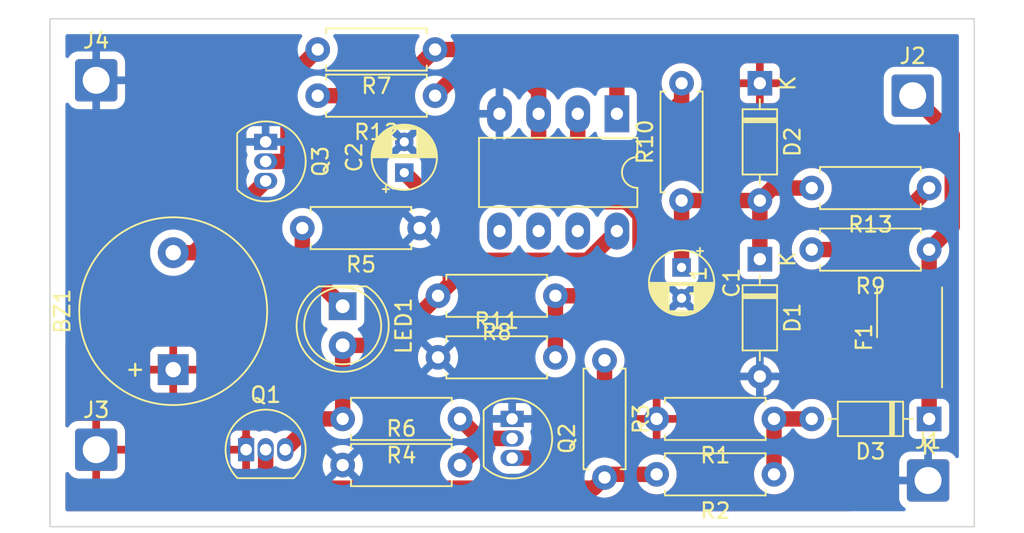
<source format=kicad_pcb>
(kicad_pcb (version 20221018) (generator pcbnew)
  (layers (0 "F.Cu" signal) (31 "B.Cu" signal) (34 "B.Paste" user) (35 "F.Paste" user) (36 "B.SilkS" user "B.Silkscreen") (37 "F.SilkS" user "F.Silkscreen") (38 "B.Mask" user) (39 "F.Mask" user) (44 "Edge.Cuts" user))
  (net 0 "")
  (net 1 "VCC")
  (net 2 "Net-(BZ1-+)")
  (net 3 "Net-(D3-K)")
  (net 4 "GND")
  (net 5 "POWER_SWITCHED")
  (net 6 "Net-(D1-K)")
  (net 7 "Net-(D3-A)")
  (net 8 "Net-(LED1-K)")
  (net 9 "Net-(J2-Pin_1)")
  (net 10 "Net-(Q1-B)")
  (net 11 "Net-(Q2-C)")
  (net 12 "Net-(Q2-B)")
  (net 13 "Net-(Q3-B)")
  (net 14 "Net-(R12-Pad2)")
  (net 15 "Net-(U1A--)")
  (net 16 "Net-(U1A-+)")
  (net 20 "Net-(R13-Pad1)")
  (footprint "Resistor_THT:R_Axial_DIN0207_L6.3mm_D2.5mm_P7.62mm_Horizontal" (layer "F.Cu") (at 158 110.19 -90)
    (fp_text reference "R3" (at 3.81 -2.37 90) (layer "F.SilkS"))
    (fp_text value "5K")
    (fp_line (start 0.54 -1.37) (end 7.08 -1.37) (stroke (width 0.12)) (layer "F.SilkS"))
    (fp_line (start 0.54 -1.04) (end 0.54 -1.37) (stroke (width 0.12)) (layer "F.SilkS"))
    (fp_line (start 0.54 1.04) (end 0.54 1.37) (stroke (width 0.12)) (layer "F.SilkS"))
    (fp_line (start 0.54 1.37) (end 7.08 1.37) (stroke (width 0.12)) (layer "F.SilkS"))
    (fp_line (start 7.08 -1.37) (end 7.08 -1.04) (stroke (width 0.12)) (layer "F.SilkS"))
    (fp_line (start 7.08 1.37) (end 7.08 1.04) (stroke (width 0.12)) (layer "F.SilkS"))
    (pad "1" thru_hole circle (at 0 0 270) (size 1.6 1.6) (drill 0.8) (layers "*.Cu" "*.Mask") (net 11 "Net-(Q2-C)"))
    (pad "2" thru_hole oval (at 7.62 0 270) (size 1.6 1.6) (drill 0.8) (layers "*.Cu" "*.Mask") (net 10 "Net-(Q1-B)"))
  )
  (footprint "Resistor_THT:R_Axial_DIN0207_L6.3mm_D2.5mm_P7.62mm_Horizontal" (layer "F.Cu") (at 147.19 110)
    (fp_text reference "R11" (at 3.81 -2.37) (layer "F.SilkS"))
    (fp_text value "10K")
    (fp_line (start 0.54 -1.37) (end 7.08 -1.37) (stroke (width 0.12)) (layer "F.SilkS"))
    (fp_line (start 0.54 -1.04) (end 0.54 -1.37) (stroke (width 0.12)) (layer "F.SilkS"))
    (fp_line (start 0.54 1.04) (end 0.54 1.37) (stroke (width 0.12)) (layer "F.SilkS"))
    (fp_line (start 0.54 1.37) (end 7.08 1.37) (stroke (width 0.12)) (layer "F.SilkS"))
    (fp_line (start 7.08 -1.37) (end 7.08 -1.04) (stroke (width 0.12)) (layer "F.SilkS"))
    (fp_line (start 7.08 1.37) (end 7.08 1.04) (stroke (width 0.12)) (layer "F.SilkS"))
    (pad "1" thru_hole circle (at 0 0) (size 1.6 1.6) (drill 0.8) (layers "*.Cu" "*.Mask") (net 4 "GND"))
    (pad "2" thru_hole oval (at 7.62 0) (size 1.6 1.6) (drill 0.8) (layers "*.Cu" "*.Mask") (net 16 "Net-(U1A-+)"))
  )
  (footprint "Package_TO_SOT_THT:TO-92_Inline" (layer "F.Cu") (at 134.73 116)
    (fp_text reference "Q1" (at 1.27 -3.56) (layer "F.SilkS"))
    (fp_text value "2N3906")
    (fp_line (start -0.53 1.85) (end 3.07 1.85) (stroke (width 0.12)) (layer "F.SilkS"))
    (fp_arc (start -0.568478 1.838478) (mid -1.132087 -0.994977) (end 1.27 -2.6) (stroke (width 0.12)) (layer "F.SilkS"))
    (fp_arc (start 1.27 -2.6) (mid 3.672087 -0.994977) (end 3.108478 1.838478) (stroke (width 0.12)) (layer "F.SilkS"))
    (pad "1" thru_hole rect (at 0 0) (size 1.05 1.5) (drill 0.75) (layers "*.Cu" "*.Mask") (net 1 "VCC"))
    (pad "2" thru_hole oval (at 1.27 0) (size 1.05 1.5) (drill 0.75) (layers "*.Cu" "*.Mask") (net 10 "Net-(Q1-B)"))
    (pad "3" thru_hole oval (at 2.54 0) (size 1.05 1.5) (drill 0.75) (layers "*.Cu" "*.Mask") (net 5 "POWER_SWITCHED"))
  )
  (footprint "Resistor_THT:R_Axial_DIN0207_L6.3mm_D2.5mm_P7.62mm_Horizontal" (layer "F.Cu") (at 169 117.602 180)
    (fp_text reference "R2" (at 3.81 -2.37) (layer "F.SilkS"))
    (fp_text value "510R")
    (fp_line (start 0.54 -1.37) (end 7.08 -1.37) (stroke (width 0.12)) (layer "F.SilkS"))
    (fp_line (start 0.54 -1.04) (end 0.54 -1.37) (stroke (width 0.12)) (layer "F.SilkS"))
    (fp_line (start 0.54 1.04) (end 0.54 1.37) (stroke (width 0.12)) (layer "F.SilkS"))
    (fp_line (start 0.54 1.37) (end 7.08 1.37) (stroke (width 0.12)) (layer "F.SilkS"))
    (fp_line (start 7.08 -1.37) (end 7.08 -1.04) (stroke (width 0.12)) (layer "F.SilkS"))
    (fp_line (start 7.08 1.37) (end 7.08 1.04) (stroke (width 0.12)) (layer "F.SilkS"))
    (pad "1" thru_hole circle (at 0 0 180) (size 1.6 1.6) (drill 0.8) (layers "*.Cu" "*.Mask") (net 7 "Net-(D3-A)"))
    (pad "2" thru_hole oval (at 7.62 0 180) (size 1.6 1.6) (drill 0.8) (layers "*.Cu" "*.Mask") (net 10 "Net-(Q1-B)"))
  )
  (footprint "Fuse:Fuse_Bourns_TBU-CA" (layer "F.Cu") (at 177.8 108.705 90)
    (fp_text reference "F1" (at 0 -2.95 90) (layer "F.SilkS"))
    (fp_text value "Polyfuse")
    (fp_line (start -3.25 2.11) (end 3.25 2.11) (stroke (width 0.12)) (layer "F.SilkS"))
    (fp_line (start 0 -2.11) (end 3.25 -2.11) (stroke (width 0.12)) (layer "F.SilkS"))
    (pad "1" smd roundrect (at -2.025 0 90) (size 2 3.5) (layers "F.Cu" "F.Paste" "F.Mask") (roundrect_rratio 0.125) (net 3 "Net-(D3-K)"))
    (pad "2" smd roundrect (at 2.025 0 90) (size 2 3.5) (layers "F.Cu" "F.Paste" "F.Mask") (roundrect_rratio 0.125) (net 9 "Net-(J2-Pin_1)"))
    (pad "3" smd rect (at 0 0 90) (size 0.8 3.4) (layers "F.Cu" "F.Paste" "F.Mask"))
  )
  (footprint "Diode_THT:D_DO-35_SOD27_P7.62mm_Horizontal" (layer "F.Cu") (at 168.08 92.19 -90)
    (fp_text reference "D2" (at 3.81 -2.12 90) (layer "F.SilkS"))
    (fp_text value "1N4148")
    (fp_text user "K" (at 0 -1.8 90) (layer "F.SilkS"))
    (fp_line (start 1.04 0) (end 1.69 0) (stroke (width 0.12)) (layer "F.SilkS"))
    (fp_line (start 1.69 -1.12) (end 1.69 1.12) (stroke (width 0.12)) (layer "F.SilkS"))
    (fp_line (start 1.69 1.12) (end 5.93 1.12) (stroke (width 0.12)) (layer "F.SilkS"))
    (fp_line (start 2.29 -1.12) (end 2.29 1.12) (stroke (width 0.12)) (layer "F.SilkS"))
    (fp_line (start 2.41 -1.12) (end 2.41 1.12) (stroke (width 0.12)) (layer "F.SilkS"))
    (fp_line (start 2.53 -1.12) (end 2.53 1.12) (stroke (width 0.12)) (layer "F.SilkS"))
    (fp_line (start 5.93 -1.12) (end 1.69 -1.12) (stroke (width 0.12)) (layer "F.SilkS"))
    (fp_line (start 5.93 1.12) (end 5.93 -1.12) (stroke (width 0.12)) (layer "F.SilkS"))
    (fp_line (start 6.58 0) (end 5.93 0) (stroke (width 0.12)) (layer "F.SilkS"))
    (pad "1" thru_hole rect (at 0 0 270) (size 1.6 1.6) (drill 0.8) (layers "*.Cu" "*.Mask") (net 1 "VCC"))
    (pad "2" thru_hole oval (at 7.62 0 270) (size 1.6 1.6) (drill 0.8) (layers "*.Cu" "*.Mask") (net 6 "Net-(D1-K)"))
  )
  (footprint "Resistor_THT:R_Axial_DIN0207_L6.3mm_D2.5mm_P7.62mm_Horizontal" (layer "F.Cu") (at 147 90 180)
    (fp_text reference "R7" (at 3.81 -2.37) (layer "F.SilkS"))
    (fp_text value "10K")
    (fp_line (start 0.54 -1.37) (end 7.08 -1.37) (stroke (width 0.12)) (layer "F.SilkS"))
    (fp_line (start 0.54 -1.04) (end 0.54 -1.37) (stroke (width 0.12)) (layer "F.SilkS"))
    (fp_line (start 0.54 1.04) (end 0.54 1.37) (stroke (width 0.12)) (layer "F.SilkS"))
    (fp_line (start 0.54 1.37) (end 7.08 1.37) (stroke (width 0.12)) (layer "F.SilkS"))
    (fp_line (start 7.08 -1.37) (end 7.08 -1.04) (stroke (width 0.12)) (layer "F.SilkS"))
    (fp_line (start 7.08 1.37) (end 7.08 1.04) (stroke (width 0.12)) (layer "F.SilkS"))
    (pad "1" thru_hole circle (at 0 0 180) (size 1.6 1.6) (drill 0.8) (layers "*.Cu" "*.Mask") (net 14 "Net-(R12-Pad2)"))
    (pad "2" thru_hole oval (at 7.62 0 180) (size 1.6 1.6) (drill 0.8) (layers "*.Cu" "*.Mask") (net 13 "Net-(Q3-B)"))
  )
  (footprint "Capacitor_THT:CP_Radial_D4.0mm_P2.00mm" (layer "F.Cu") (at 163 104.16 -90)
    (fp_text reference "C1" (at 1 -3.25 90) (layer "F.SilkS"))
    (fp_text value "10nF")
    (fp_line (start -1.269801 -1.195) (end -0.869801 -1.195) (stroke (width 0.12)) (layer "F.SilkS"))
    (fp_line (start -1.069801 -1.395) (end -1.069801 -0.995) (stroke (width 0.12)) (layer "F.SilkS"))
    (fp_line (start 1 -2.08) (end 1 2.08) (stroke (width 0.12)) (layer "F.SilkS"))
    (fp_line (start 1.04 -2.08) (end 1.04 2.08) (stroke (width 0.12)) (layer "F.SilkS"))
    (fp_line (start 1.08 -2.079) (end 1.08 2.079) (stroke (width 0.12)) (layer "F.SilkS"))
    (fp_line (start 1.12 -2.077) (end 1.12 2.077) (stroke (width 0.12)) (layer "F.SilkS"))
    (fp_line (start 1.16 -2.074) (end 1.16 2.074) (stroke (width 0.12)) (layer "F.SilkS"))
    (fp_line (start 1.2 -2.071) (end 1.2 -0.84) (stroke (width 0.12)) (layer "F.SilkS"))
    (fp_line (start 1.2 0.84) (end 1.2 2.071) (stroke (width 0.12)) (layer "F.SilkS"))
    (fp_line (start 1.24 -2.067) (end 1.24 -0.84) (stroke (width 0.12)) (layer "F.SilkS"))
    (fp_line (start 1.24 0.84) (end 1.24 2.067) (stroke (width 0.12)) (layer "F.SilkS"))
    (fp_line (start 1.28 -2.062) (end 1.28 -0.84) (stroke (width 0.12)) (layer "F.SilkS"))
    (fp_line (start 1.28 0.84) (end 1.28 2.062) (stroke (width 0.12)) (layer "F.SilkS"))
    (fp_line (start 1.32 -2.056) (end 1.32 -0.84) (stroke (width 0.12)) (layer "F.SilkS"))
    (fp_line (start 1.32 0.84) (end 1.32 2.056) (stroke (width 0.12)) (layer "F.SilkS"))
    (fp_line (start 1.36 -2.05) (end 1.36 -0.84) (stroke (width 0.12)) (layer "F.SilkS"))
    (fp_line (start 1.36 0.84) (end 1.36 2.05) (stroke (width 0.12)) (layer "F.SilkS"))
    (fp_line (start 1.4 -2.042) (end 1.4 -0.84) (stroke (width 0.12)) (layer "F.SilkS"))
    (fp_line (start 1.4 0.84) (end 1.4 2.042) (stroke (width 0.12)) (layer "F.SilkS"))
    (fp_line (start 1.44 -2.034) (end 1.44 -0.84) (stroke (width 0.12)) (layer "F.SilkS"))
    (fp_line (start 1.44 0.84) (end 1.44 2.034) (stroke (width 0.12)) (layer "F.SilkS"))
    (fp_line (start 1.48 -2.025) (end 1.48 -0.84) (stroke (width 0.12)) (layer "F.SilkS"))
    (fp_line (start 1.48 0.84) (end 1.48 2.025) (stroke (width 0.12)) (layer "F.SilkS"))
    (fp_line (start 1.52 -2.016) (end 1.52 -0.84) (stroke (width 0.12)) (layer "F.SilkS"))
    (fp_line (start 1.52 0.84) (end 1.52 2.016) (stroke (width 0.12)) (layer "F.SilkS"))
    (fp_line (start 1.56 -2.005) (end 1.56 -0.84) (stroke (width 0.12)) (layer "F.SilkS"))
    (fp_line (start 1.56 0.84) (end 1.56 2.005) (stroke (width 0.12)) (layer "F.SilkS"))
    (fp_line (start 1.6 -1.994) (end 1.6 -0.84) (stroke (width 0.12)) (layer "F.SilkS"))
    (fp_line (start 1.6 0.84) (end 1.6 1.994) (stroke (width 0.12)) (layer "F.SilkS"))
    (fp_line (start 1.64 -1.982) (end 1.64 -0.84) (stroke (width 0.12)) (layer "F.SilkS"))
    (fp_line (start 1.64 0.84) (end 1.64 1.982) (stroke (width 0.12)) (layer "F.SilkS"))
    (fp_line (start 1.68 -1.968) (end 1.68 -0.84) (stroke (width 0.12)) (layer "F.SilkS"))
    (fp_line (start 1.68 0.84) (end 1.68 1.968) (stroke (width 0.12)) (layer "F.SilkS"))
    (fp_line (start 1.721 -1.954) (end 1.721 -0.84) (stroke (width 0.12)) (layer "F.SilkS"))
    (fp_line (start 1.721 0.84) (end 1.721 1.954) (stroke (width 0.12)) (layer "F.SilkS"))
    (fp_line (start 1.761 -1.94) (end 1.761 -0.84) (stroke (width 0.12)) (layer "F.SilkS"))
    (fp_line (start 1.761 0.84) (end 1.761 1.94) (stroke (width 0.12)) (layer "F.SilkS"))
    (fp_line (start 1.801 -1.924) (end 1.801 -0.84) (stroke (width 0.12)) (layer "F.SilkS"))
    (fp_line (start 1.801 0.84) (end 1.801 1.924) (stroke (width 0.12)) (layer "F.SilkS"))
    (fp_line (start 1.841 -1.907) (end 1.841 -0.84) (stroke (width 0.12)) (layer "F.SilkS"))
    (fp_line (start 1.841 0.84) (end 1.841 1.907) (stroke (width 0.12)) (layer "F.SilkS"))
    (fp_line (start 1.881 -1.889) (end 1.881 -0.84) (stroke (width 0.12)) (layer "F.SilkS"))
    (fp_line (start 1.881 0.84) (end 1.881 1.889) (stroke (width 0.12)) (layer "F.SilkS"))
    (fp_line (start 1.921 -1.87) (end 1.921 -0.84) (stroke (width 0.12)) (layer "F.SilkS"))
    (fp_line (start 1.921 0.84) (end 1.921 1.87) (stroke (width 0.12)) (layer "F.SilkS"))
    (fp_line (start 1.961 -1.851) (end 1.961 -0.84) (stroke (width 0.12)) (layer "F.SilkS"))
    (fp_line (start 1.961 0.84) (end 1.961 1.851) (stroke (width 0.12)) (layer "F.SilkS"))
    (fp_line (start 2.001 -1.83) (end 2.001 -0.84) (stroke (width 0.12)) (layer "F.SilkS"))
    (fp_line (start 2.001 0.84) (end 2.001 1.83) (stroke (width 0.12)) (layer "F.SilkS"))
    (fp_line (start 2.041 -1.808) (end 2.041 -0.84) (stroke (width 0.12)) (layer "F.SilkS"))
    (fp_line (start 2.041 0.84) (end 2.041 1.808) (stroke (width 0.12)) (layer "F.SilkS"))
    (fp_line (start 2.081 -1.785) (end 2.081 -0.84) (stroke (width 0.12)) (layer "F.SilkS"))
    (fp_line (start 2.081 0.84) (end 2.081 1.785) (stroke (width 0.12)) (layer "F.SilkS"))
    (fp_line (start 2.121 -1.76) (end 2.121 -0.84) (stroke (width 0.12)) (layer "F.SilkS"))
    (fp_line (start 2.121 0.84) (end 2.121 1.76) (stroke (width 0.12)) (layer "F.SilkS"))
    (fp_line (start 2.161 -1.735) (end 2.161 -0.84) (stroke (width 0.12)) (layer "F.SilkS"))
    (fp_line (start 2.161 0.84) (end 2.161 1.735) (stroke (width 0.12)) (layer "F.SilkS"))
    (fp_line (start 2.201 -1.708) (end 2.201 -0.84) (stroke (width 0.12)) (layer "F.SilkS"))
    (fp_line (start 2.201 0.84) (end 2.201 1.708) (stroke (width 0.12)) (layer "F.SilkS"))
    (fp_line (start 2.241 -1.68) (end 2.241 -0.84) (stroke (width 0.12)) (layer "F.SilkS"))
    (fp_line (start 2.241 0.84) (end 2.241 1.68) (stroke (width 0.12)) (layer "F.SilkS"))
    (fp_line (start 2.281 -1.65) (end 2.281 -0.84) (stroke (width 0.12)) (layer "F.SilkS"))
    (fp_line (start 2.281 0.84) (end 2.281 1.65) (stroke (width 0.12)) (layer "F.SilkS"))
    (fp_line (start 2.321 -1.619) (end 2.321 -0.84) (stroke (width 0.12)) (layer "F.SilkS"))
    (fp_line (start 2.321 0.84) (end 2.321 1.619) (stroke (width 0.12)) (layer "F.SilkS"))
    (fp_line (start 2.361 -1.587) (end 2.361 -0.84) (stroke (width 0.12)) (layer "F.SilkS"))
    (fp_line (start 2.361 0.84) (end 2.361 1.587) (stroke (width 0.12)) (layer "F.SilkS"))
    (fp_line (start 2.401 -1.552) (end 2.401 -0.84) (stroke (width 0.12)) (layer "F.SilkS"))
    (fp_line (start 2.401 0.84) (end 2.401 1.552) (stroke (width 0.12)) (layer "F.SilkS"))
    (fp_line (start 2.441 -1.516) (end 2.441 -0.84) (stroke (width 0.12)) (layer "F.SilkS"))
    (fp_line (start 2.441 0.84) (end 2.441 1.516) (stroke (width 0.12)) (layer "F.SilkS"))
    (fp_line (start 2.481 -1.478) (end 2.481 -0.84) (stroke (width 0.12)) (layer "F.SilkS"))
    (fp_line (start 2.481 0.84) (end 2.481 1.478) (stroke (width 0.12)) (layer "F.SilkS"))
    (fp_line (start 2.521 -1.438) (end 2.521 -0.84) (stroke (width 0.12)) (layer "F.SilkS"))
    (fp_line (start 2.521 0.84) (end 2.521 1.438) (stroke (width 0.12)) (layer "F.SilkS"))
    (fp_line (start 2.561 -1.396) (end 2.561 -0.84) (stroke (width 0.12)) (layer "F.SilkS"))
    (fp_line (start 2.561 0.84) (end 2.561 1.396) (stroke (width 0.12)) (layer "F.SilkS"))
    (fp_line (start 2.601 -1.351) (end 2.601 -0.84) (stroke (width 0.12)) (layer "F.SilkS"))
    (fp_line (start 2.601 0.84) (end 2.601 1.351) (stroke (width 0.12)) (layer "F.SilkS"))
    (fp_line (start 2.641 -1.304) (end 2.641 -0.84) (stroke (width 0.12)) (layer "F.SilkS"))
    (fp_line (start 2.641 0.84) (end 2.641 1.304) (stroke (width 0.12)) (layer "F.SilkS"))
    (fp_line (start 2.681 -1.254) (end 2.681 -0.84) (stroke (width 0.12)) (layer "F.SilkS"))
    (fp_line (start 2.681 0.84) (end 2.681 1.254) (stroke (width 0.12)) (layer "F.SilkS"))
    (fp_line (start 2.721 -1.2) (end 2.721 -0.84) (stroke (width 0.12)) (layer "F.SilkS"))
    (fp_line (start 2.721 0.84) (end 2.721 1.2) (stroke (width 0.12)) (layer "F.SilkS"))
    (fp_line (start 2.761 -1.142) (end 2.761 -0.84) (stroke (width 0.12)) (layer "F.SilkS"))
    (fp_line (start 2.761 0.84) (end 2.761 1.142) (stroke (width 0.12)) (layer "F.SilkS"))
    (fp_line (start 2.801 -1.08) (end 2.801 -0.84) (stroke (width 0.12)) (layer "F.SilkS"))
    (fp_line (start 2.801 0.84) (end 2.801 1.08) (stroke (width 0.12)) (layer "F.SilkS"))
    (fp_line (start 2.841 -1.013) (end 2.841 1.013) (stroke (width 0.12)) (layer "F.SilkS"))
    (fp_line (start 2.881 -0.94) (end 2.881 0.94) (stroke (width 0.12)) (layer "F.SilkS"))
    (fp_line (start 2.921 -0.859) (end 2.921 0.859) (stroke (width 0.12)) (layer "F.SilkS"))
    (fp_line (start 2.961 -0.768) (end 2.961 0.768) (stroke (width 0.12)) (layer "F.SilkS"))
    (fp_line (start 3.001 -0.664) (end 3.001 0.664) (stroke (width 0.12)) (layer "F.SilkS"))
    (fp_line (start 3.041 -0.537) (end 3.041 0.537) (stroke (width 0.12)) (layer "F.SilkS"))
    (fp_line (start 3.081 -0.37) (end 3.081 0.37) (stroke (width 0.12)) (layer "F.SilkS"))
    (fp_circle (center 1 0) (end 3.12 0) (stroke (width 0.12)) (fill none) (layer "F.SilkS"))
    (pad "1" thru_hole rect (at 0 0 270) (size 1.2 1.2) (drill 0.6) (layers "*.Cu" "*.Mask") (net 6 "Net-(D1-K)"))
    (pad "2" thru_hole circle (at 2 0 270) (size 1.2 1.2) (drill 0.6) (layers "*.Cu" "*.Mask") (net 4 "GND"))
  )
  (footprint "Resistor_THT:R_Axial_DIN0207_L6.3mm_D2.5mm_P7.62mm_Horizontal" (layer "F.Cu") (at 148.62 114 180)
    (fp_text reference "R4" (at 3.81 -2.37) (layer "F.SilkS"))
    (fp_text value "10K")
    (fp_line (start 0.54 -1.37) (end 7.08 -1.37) (stroke (width 0.12)) (layer "F.SilkS"))
    (fp_line (start 0.54 -1.04) (end 0.54 -1.37) (stroke (width 0.12)) (layer "F.SilkS"))
    (fp_line (start 0.54 1.04) (end 0.54 1.37) (stroke (width 0.12)) (layer "F.SilkS"))
    (fp_line (start 0.54 1.37) (end 7.08 1.37) (stroke (width 0.12)) (layer "F.SilkS"))
    (fp_line (start 7.08 -1.37) (end 7.08 -1.04) (stroke (width 0.12)) (layer "F.SilkS"))
    (fp_line (start 7.08 1.37) (end 7.08 1.04) (stroke (width 0.12)) (layer "F.SilkS"))
    (pad "1" thru_hole circle (at 0 0 180) (size 1.6 1.6) (drill 0.8) (layers "*.Cu" "*.Mask") (net 12 "Net-(Q2-B)"))
    (pad "2" thru_hole oval (at 7.62 0 180) (size 1.6 1.6) (drill 0.8) (layers "*.Cu" "*.Mask") (net 5 "POWER_SWITCHED"))
  )
  (footprint "Capacitor_THT:CP_Radial_D4.0mm_P2.00mm" (layer "F.Cu") (at 145 98 90)
    (fp_text reference "C2" (at 1 -3.25 90) (layer "F.SilkS"))
    (fp_text value "10nF")
    (fp_line (start -1.269801 -1.195) (end -0.869801 -1.195) (stroke (width 0.12)) (layer "F.SilkS"))
    (fp_line (start -1.069801 -1.395) (end -1.069801 -0.995) (stroke (width 0.12)) (layer "F.SilkS"))
    (fp_line (start 1 -2.08) (end 1 2.08) (stroke (width 0.12)) (layer "F.SilkS"))
    (fp_line (start 1.04 -2.08) (end 1.04 2.08) (stroke (width 0.12)) (layer "F.SilkS"))
    (fp_line (start 1.08 -2.079) (end 1.08 2.079) (stroke (width 0.12)) (layer "F.SilkS"))
    (fp_line (start 1.12 -2.077) (end 1.12 2.077) (stroke (width 0.12)) (layer "F.SilkS"))
    (fp_line (start 1.16 -2.074) (end 1.16 2.074) (stroke (width 0.12)) (layer "F.SilkS"))
    (fp_line (start 1.2 -2.071) (end 1.2 -0.84) (stroke (width 0.12)) (layer "F.SilkS"))
    (fp_line (start 1.2 0.84) (end 1.2 2.071) (stroke (width 0.12)) (layer "F.SilkS"))
    (fp_line (start 1.24 -2.067) (end 1.24 -0.84) (stroke (width 0.12)) (layer "F.SilkS"))
    (fp_line (start 1.24 0.84) (end 1.24 2.067) (stroke (width 0.12)) (layer "F.SilkS"))
    (fp_line (start 1.28 -2.062) (end 1.28 -0.84) (stroke (width 0.12)) (layer "F.SilkS"))
    (fp_line (start 1.28 0.84) (end 1.28 2.062) (stroke (width 0.12)) (layer "F.SilkS"))
    (fp_line (start 1.32 -2.056) (end 1.32 -0.84) (stroke (width 0.12)) (layer "F.SilkS"))
    (fp_line (start 1.32 0.84) (end 1.32 2.056) (stroke (width 0.12)) (layer "F.SilkS"))
    (fp_line (start 1.36 -2.05) (end 1.36 -0.84) (stroke (width 0.12)) (layer "F.SilkS"))
    (fp_line (start 1.36 0.84) (end 1.36 2.05) (stroke (width 0.12)) (layer "F.SilkS"))
    (fp_line (start 1.4 -2.042) (end 1.4 -0.84) (stroke (width 0.12)) (layer "F.SilkS"))
    (fp_line (start 1.4 0.84) (end 1.4 2.042) (stroke (width 0.12)) (layer "F.SilkS"))
    (fp_line (start 1.44 -2.034) (end 1.44 -0.84) (stroke (width 0.12)) (layer "F.SilkS"))
    (fp_line (start 1.44 0.84) (end 1.44 2.034) (stroke (width 0.12)) (layer "F.SilkS"))
    (fp_line (start 1.48 -2.025) (end 1.48 -0.84) (stroke (width 0.12)) (layer "F.SilkS"))
    (fp_line (start 1.48 0.84) (end 1.48 2.025) (stroke (width 0.12)) (layer "F.SilkS"))
    (fp_line (start 1.52 -2.016) (end 1.52 -0.84) (stroke (width 0.12)) (layer "F.SilkS"))
    (fp_line (start 1.52 0.84) (end 1.52 2.016) (stroke (width 0.12)) (layer "F.SilkS"))
    (fp_line (start 1.56 -2.005) (end 1.56 -0.84) (stroke (width 0.12)) (layer "F.SilkS"))
    (fp_line (start 1.56 0.84) (end 1.56 2.005) (stroke (width 0.12)) (layer "F.SilkS"))
    (fp_line (start 1.6 -1.994) (end 1.6 -0.84) (stroke (width 0.12)) (layer "F.SilkS"))
    (fp_line (start 1.6 0.84) (end 1.6 1.994) (stroke (width 0.12)) (layer "F.SilkS"))
    (fp_line (start 1.64 -1.982) (end 1.64 -0.84) (stroke (width 0.12)) (layer "F.SilkS"))
    (fp_line (start 1.64 0.84) (end 1.64 1.982) (stroke (width 0.12)) (layer "F.SilkS"))
    (fp_line (start 1.68 -1.968) (end 1.68 -0.84) (stroke (width 0.12)) (layer "F.SilkS"))
    (fp_line (start 1.68 0.84) (end 1.68 1.968) (stroke (width 0.12)) (layer "F.SilkS"))
    (fp_line (start 1.721 -1.954) (end 1.721 -0.84) (stroke (width 0.12)) (layer "F.SilkS"))
    (fp_line (start 1.721 0.84) (end 1.721 1.954) (stroke (width 0.12)) (layer "F.SilkS"))
    (fp_line (start 1.761 -1.94) (end 1.761 -0.84) (stroke (width 0.12)) (layer "F.SilkS"))
    (fp_line (start 1.761 0.84) (end 1.761 1.94) (stroke (width 0.12)) (layer "F.SilkS"))
    (fp_line (start 1.801 -1.924) (end 1.801 -0.84) (stroke (width 0.12)) (layer "F.SilkS"))
    (fp_line (start 1.801 0.84) (end 1.801 1.924) (stroke (width 0.12)) (layer "F.SilkS"))
    (fp_line (start 1.841 -1.907) (end 1.841 -0.84) (stroke (width 0.12)) (layer "F.SilkS"))
    (fp_line (start 1.841 0.84) (end 1.841 1.907) (stroke (width 0.12)) (layer "F.SilkS"))
    (fp_line (start 1.881 -1.889) (end 1.881 -0.84) (stroke (width 0.12)) (layer "F.SilkS"))
    (fp_line (start 1.881 0.84) (end 1.881 1.889) (stroke (width 0.12)) (layer "F.SilkS"))
    (fp_line (start 1.921 -1.87) (end 1.921 -0.84) (stroke (width 0.12)) (layer "F.SilkS"))
    (fp_line (start 1.921 0.84) (end 1.921 1.87) (stroke (width 0.12)) (layer "F.SilkS"))
    (fp_line (start 1.961 -1.851) (end 1.961 -0.84) (stroke (width 0.12)) (layer "F.SilkS"))
    (fp_line (start 1.961 0.84) (end 1.961 1.851) (stroke (width 0.12)) (layer "F.SilkS"))
    (fp_line (start 2.001 -1.83) (end 2.001 -0.84) (stroke (width 0.12)) (layer "F.SilkS"))
    (fp_line (start 2.001 0.84) (end 2.001 1.83) (stroke (width 0.12)) (layer "F.SilkS"))
    (fp_line (start 2.041 -1.808) (end 2.041 -0.84) (stroke (width 0.12)) (layer "F.SilkS"))
    (fp_line (start 2.041 0.84) (end 2.041 1.808) (stroke (width 0.12)) (layer "F.SilkS"))
    (fp_line (start 2.081 -1.785) (end 2.081 -0.84) (stroke (width 0.12)) (layer "F.SilkS"))
    (fp_line (start 2.081 0.84) (end 2.081 1.785) (stroke (width 0.12)) (layer "F.SilkS"))
    (fp_line (start 2.121 -1.76) (end 2.121 -0.84) (stroke (width 0.12)) (layer "F.SilkS"))
    (fp_line (start 2.121 0.84) (end 2.121 1.76) (stroke (width 0.12)) (layer "F.SilkS"))
    (fp_line (start 2.161 -1.735) (end 2.161 -0.84) (stroke (width 0.12)) (layer "F.SilkS"))
    (fp_line (start 2.161 0.84) (end 2.161 1.735) (stroke (width 0.12)) (layer "F.SilkS"))
    (fp_line (start 2.201 -1.708) (end 2.201 -0.84) (stroke (width 0.12)) (layer "F.SilkS"))
    (fp_line (start 2.201 0.84) (end 2.201 1.708) (stroke (width 0.12)) (layer "F.SilkS"))
    (fp_line (start 2.241 -1.68) (end 2.241 -0.84) (stroke (width 0.12)) (layer "F.SilkS"))
    (fp_line (start 2.241 0.84) (end 2.241 1.68) (stroke (width 0.12)) (layer "F.SilkS"))
    (fp_line (start 2.281 -1.65) (end 2.281 -0.84) (stroke (width 0.12)) (layer "F.SilkS"))
    (fp_line (start 2.281 0.84) (end 2.281 1.65) (stroke (width 0.12)) (layer "F.SilkS"))
    (fp_line (start 2.321 -1.619) (end 2.321 -0.84) (stroke (width 0.12)) (layer "F.SilkS"))
    (fp_line (start 2.321 0.84) (end 2.321 1.619) (stroke (width 0.12)) (layer "F.SilkS"))
    (fp_line (start 2.361 -1.587) (end 2.361 -0.84) (stroke (width 0.12)) (layer "F.SilkS"))
    (fp_line (start 2.361 0.84) (end 2.361 1.587) (stroke (width 0.12)) (layer "F.SilkS"))
    (fp_line (start 2.401 -1.552) (end 2.401 -0.84) (stroke (width 0.12)) (layer "F.SilkS"))
    (fp_line (start 2.401 0.84) (end 2.401 1.552) (stroke (width 0.12)) (layer "F.SilkS"))
    (fp_line (start 2.441 -1.516) (end 2.441 -0.84) (stroke (width 0.12)) (layer "F.SilkS"))
    (fp_line (start 2.441 0.84) (end 2.441 1.516) (stroke (width 0.12)) (layer "F.SilkS"))
    (fp_line (start 2.481 -1.478) (end 2.481 -0.84) (stroke (width 0.12)) (layer "F.SilkS"))
    (fp_line (start 2.481 0.84) (end 2.481 1.478) (stroke (width 0.12)) (layer "F.SilkS"))
    (fp_line (start 2.521 -1.438) (end 2.521 -0.84) (stroke (width 0.12)) (layer "F.SilkS"))
    (fp_line (start 2.521 0.84) (end 2.521 1.438) (stroke (width 0.12)) (layer "F.SilkS"))
    (fp_line (start 2.561 -1.396) (end 2.561 -0.84) (stroke (width 0.12)) (layer "F.SilkS"))
    (fp_line (start 2.561 0.84) (end 2.561 1.396) (stroke (width 0.12)) (layer "F.SilkS"))
    (fp_line (start 2.601 -1.351) (end 2.601 -0.84) (stroke (width 0.12)) (layer "F.SilkS"))
    (fp_line (start 2.601 0.84) (end 2.601 1.351) (stroke (width 0.12)) (layer "F.SilkS"))
    (fp_line (start 2.641 -1.304) (end 2.641 -0.84) (stroke (width 0.12)) (layer "F.SilkS"))
    (fp_line (start 2.641 0.84) (end 2.641 1.304) (stroke (width 0.12)) (layer "F.SilkS"))
    (fp_line (start 2.681 -1.254) (end 2.681 -0.84) (stroke (width 0.12)) (layer "F.SilkS"))
    (fp_line (start 2.681 0.84) (end 2.681 1.254) (stroke (width 0.12)) (layer "F.SilkS"))
    (fp_line (start 2.721 -1.2) (end 2.721 -0.84) (stroke (width 0.12)) (layer "F.SilkS"))
    (fp_line (start 2.721 0.84) (end 2.721 1.2) (stroke (width 0.12)) (layer "F.SilkS"))
    (fp_line (start 2.761 -1.142) (end 2.761 -0.84) (stroke (width 0.12)) (layer "F.SilkS"))
    (fp_line (start 2.761 0.84) (end 2.761 1.142) (stroke (width 0.12)) (layer "F.SilkS"))
    (fp_line (start 2.801 -1.08) (end 2.801 -0.84) (stroke (width 0.12)) (layer "F.SilkS"))
    (fp_line (start 2.801 0.84) (end 2.801 1.08) (stroke (width 0.12)) (layer "F.SilkS"))
    (fp_line (start 2.841 -1.013) (end 2.841 1.013) (stroke (width 0.12)) (layer "F.SilkS"))
    (fp_line (start 2.881 -0.94) (end 2.881 0.94) (stroke (width 0.12)) (layer "F.SilkS"))
    (fp_line (start 2.921 -0.859) (end 2.921 0.859) (stroke (width 0.12)) (layer "F.SilkS"))
    (fp_line (start 2.961 -0.768) (end 2.961 0.768) (stroke (width 0.12)) (layer "F.SilkS"))
    (fp_line (start 3.001 -0.664) (end 3.001 0.664) (stroke (width 0.12)) (layer "F.SilkS"))
    (fp_line (start 3.041 -0.537) (end 3.041 0.537) (stroke (width 0.12)) (layer "F.SilkS"))
    (fp_line (start 3.081 -0.37) (end 3.081 0.37) (stroke (width 0.12)) (layer "F.SilkS"))
    (fp_circle (center 1 0) (end 3.12 0) (stroke (width 0.12)) (fill none) (layer "F.SilkS"))
    (pad "1" thru_hole rect (at 0 0 90) (size 1.2 1.2) (drill 0.6) (layers "*.Cu" "*.Mask") (net 5 "POWER_SWITCHED"))
    (pad "2" thru_hole circle (at 2 0 90) (size 1.2 1.2) (drill 0.6) (layers "*.Cu" "*.Mask") (net 4 "GND"))
  )
  (footprint "Connector_Wire:SolderWire-1sqmm_1x01_D1.4mm_OD2.7mm" (layer "F.Cu") (at 125 116)
    (fp_text reference "J3" (at 0 -2.58) (layer "F.SilkS"))
    (fp_text value "Conn_01x01_Pin")
    (pad "1" thru_hole roundrect (at 0 0) (size 2.75 2.75) (drill 1.75) (layers "*.Cu" "*.Mask") (roundrect_rratio 0.090909) (net 1 "VCC"))
  )
  (footprint "Resistor_THT:R_Axial_DIN0207_L6.3mm_D2.5mm_P7.62mm_Horizontal" (layer "F.Cu") (at 179.07 103 180)
    (fp_text reference "R9" (at 3.81 -2.37) (layer "F.SilkS"))
    (fp_text value "500K")
    (fp_line (start 0.54 -1.37) (end 7.08 -1.37) (stroke (width 0.12)) (layer "F.SilkS"))
    (fp_line (start 0.54 -1.04) (end 0.54 -1.37) (stroke (width 0.12)) (layer "F.SilkS"))
    (fp_line (start 0.54 1.04) (end 0.54 1.37) (stroke (width 0.12)) (layer "F.SilkS"))
    (fp_line (start 0.54 1.37) (end 7.08 1.37) (stroke (width 0.12)) (layer "F.SilkS"))
    (fp_line (start 7.08 -1.37) (end 7.08 -1.04) (stroke (width 0.12)) (layer "F.SilkS"))
    (fp_line (start 7.08 1.37) (end 7.08 1.04) (stroke (width 0.12)) (layer "F.SilkS"))
    (pad "1" thru_hole circle (at 0 0 180) (size 1.6 1.6) (drill 0.8) (layers "*.Cu" "*.Mask") (net 9 "Net-(J2-Pin_1)"))
    (pad "2" thru_hole oval (at 7.62 0 180) (size 1.6 1.6) (drill 0.8) (layers "*.Cu" "*.Mask") (net 20 "Net-(R13-Pad1)"))
  )
  (footprint "Buzzer_Beeper:Buzzer_12x9.5RM7.6" (layer "F.Cu") (at 130 110.8 90)
    (fp_text reference "BZ1" (at 3.8 -7.2 90) (layer "F.SilkS"))
    (fp_text value "Buzzer")
    (fp_text user "+" (at -0.01 -2.54 90) (layer "F.SilkS"))
    (fp_circle (center 3.8 0) (end 9.9 0) (stroke (width 0.12)) (fill none) (layer "F.SilkS"))
    (pad "1" thru_hole rect (at 0 0 90) (size 2 2) (drill 1) (layers "*.Cu" "*.Mask") (net 1 "VCC"))
    (pad "2" thru_hole circle (at 7.6 0 90) (size 2 2) (drill 1) (layers "*.Cu" "*.Mask") (net 2 "Net-(BZ1-+)"))
  )
  (footprint "Resistor_THT:R_Axial_DIN0207_L6.3mm_D2.5mm_P7.62mm_Horizontal" (layer "F.Cu") (at 146 101.6 180)
    (fp_text reference "R5" (at 3.81 -2.37) (layer "F.SilkS"))
    (fp_text value "240R")
    (fp_line (start 0.54 -1.37) (end 7.08 -1.37) (stroke (width 0.12)) (layer "F.SilkS"))
    (fp_line (start 0.54 -1.04) (end 0.54 -1.37) (stroke (width 0.12)) (layer "F.SilkS"))
    (fp_line (start 0.54 1.04) (end 0.54 1.37) (stroke (width 0.12)) (layer "F.SilkS"))
    (fp_line (start 0.54 1.37) (end 7.08 1.37) (stroke (width 0.12)) (layer "F.SilkS"))
    (fp_line (start 7.08 -1.37) (end 7.08 -1.04) (stroke (width 0.12)) (layer "F.SilkS"))
    (fp_line (start 7.08 1.37) (end 7.08 1.04) (stroke (width 0.12)) (layer "F.SilkS"))
    (pad "1" thru_hole circle (at 0 0 180) (size 1.6 1.6) (drill 0.8) (layers "*.Cu" "*.Mask") (net 4 "GND"))
    (pad "2" thru_hole oval (at 7.62 0 180) (size 1.6 1.6) (drill 0.8) (layers "*.Cu" "*.Mask") (net 8 "Net-(LED1-K)"))
  )
  (footprint "Package_DIP:DIP-8_W7.62mm_LongPads" (layer "F.Cu") (at 158.8 94.175 -90)
    (fp_text reference "U1" (at 10.91 -5.31 90) (layer "F.SilkS"))
    (fp_text value "MCP6022")
    (fp_line (start 1.56 -1.33) (end 1.56 8.95) (stroke (width 0.12)) (layer "F.SilkS"))
    (fp_line (start 1.56 8.95) (end 6.06 8.95) (stroke (width 0.12)) (layer "F.SilkS"))
    (fp_line (start 2.81 -1.33) (end 1.56 -1.33) (stroke (width 0.12)) (layer "F.SilkS"))
    (fp_line (start 6.06 -1.33) (end 4.81 -1.33) (stroke (width 0.12)) (layer "F.SilkS"))
    (fp_line (start 6.06 8.95) (end 6.06 -1.33) (stroke (width 0.12)) (layer "F.SilkS"))
    (fp_arc (start 4.81 -1.33) (mid 3.81 -0.33) (end 2.81 -1.33) (stroke (width 0.12)) (layer "F.SilkS"))
    (pad "1" thru_hole rect (at 0 0 270) (size 2.4 1.6) (drill 0.8) (layers "*.Cu" "*.Mask") (net 14 "Net-(R12-Pad2)"))
    (pad "2" thru_hole oval (at 0 2.54 270) (size 2.4 1.6) (drill 0.8) (layers "*.Cu" "*.Mask") (net 15 "Net-(U1A--)"))
    (pad "3" thru_hole oval (at 0 5.08 270) (size 2.4 1.6) (drill 0.8) (layers "*.Cu" "*.Mask") (net 16 "Net-(U1A-+)"))
    (pad "4" thru_hole oval (at 0 7.62 270) (size 2.4 1.6) (drill 0.8) (layers "*.Cu" "*.Mask") (net 4 "GND"))
    (pad "5" thru_hole oval (at 7.62 7.62 270) (size 2.4 1.6) (drill 0.8) (layers "*.Cu" "*.Mask"))
    (pad "6" thru_hole oval (at 7.62 5.08 270) (size 2.4 1.6) (drill 0.8) (layers "*.Cu" "*.Mask"))
    (pad "7" thru_hole oval (at 7.62 2.54 270) (size 2.4 1.6) (drill 0.8) (layers "*.Cu" "*.Mask"))
    (pad "8" thru_hole oval (at 7.62 0 270) (size 2.4 1.6) (drill 0.8) (layers "*.Cu" "*.Mask") (net 5 "POWER_SWITCHED"))
  )
  (footprint "Resistor_THT:R_Axial_DIN0207_L6.3mm_D2.5mm_P7.62mm_Horizontal" (layer "F.Cu") (at 169 114 180)
    (fp_text reference "R1" (at 3.81 -2.37) (layer "F.SilkS"))
    (fp_text value "240R")
    (fp_line (start 0.54 -1.37) (end 7.08 -1.37) (stroke (width 0.12)) (layer "F.SilkS"))
    (fp_line (start 0.54 -1.04) (end 0.54 -1.37) (stroke (width 0.12)) (layer "F.SilkS"))
    (fp_line (start 0.54 1.04) (end 0.54 1.37) (stroke (width 0.12)) (layer "F.SilkS"))
    (fp_line (start 0.54 1.37) (end 7.08 1.37) (stroke (width 0.12)) (layer "F.SilkS"))
    (fp_line (start 7.08 -1.37) (end 7.08 -1.04) (stroke (width 0.12)) (layer "F.SilkS"))
    (fp_line (start 7.08 1.37) (end 7.08 1.04) (stroke (width 0.12)) (layer "F.SilkS"))
    (pad "1" thru_hole circle (at 0 0 180) (size 1.6 1.6) (drill 0.8) (layers "*.Cu" "*.Mask") (net 7 "Net-(D3-A)"))
    (pad "2" thru_hole oval (at 7.62 0 180) (size 1.6 1.6) (drill 0.8) (layers "*.Cu" "*.Mask") (net 1 "VCC"))
  )
  (footprint "Diode_THT:D_DO-35_SOD27_P7.62mm_Horizontal" (layer "F.Cu") (at 168.08 103.62 -90)
    (fp_text reference "D1" (at 3.81 -2.12 90) (layer "F.SilkS"))
    (fp_text value "1N4148")
    (fp_text user "K" (at 0 -1.8 90) (layer "F.SilkS"))
    (fp_line (start 1.04 0) (end 1.69 0) (stroke (width 0.12)) (layer "F.SilkS"))
    (fp_line (start 1.69 -1.12) (end 1.69 1.12) (stroke (width 0.12)) (layer "F.SilkS"))
    (fp_line (start 1.69 1.12) (end 5.93 1.12) (stroke (width 0.12)) (layer "F.SilkS"))
    (fp_line (start 2.29 -1.12) (end 2.29 1.12) (stroke (width 0.12)) (layer "F.SilkS"))
    (fp_line (start 2.41 -1.12) (end 2.41 1.12) (stroke (width 0.12)) (layer "F.SilkS"))
    (fp_line (start 2.53 -1.12) (end 2.53 1.12) (stroke (width 0.12)) (layer "F.SilkS"))
    (fp_line (start 5.93 -1.12) (end 1.69 -1.12) (stroke (width 0.12)) (layer "F.SilkS"))
    (fp_line (start 5.93 1.12) (end 5.93 -1.12) (stroke (width 0.12)) (layer "F.SilkS"))
    (fp_line (start 6.58 0) (end 5.93 0) (stroke (width 0.12)) (layer "F.SilkS"))
    (pad "1" thru_hole rect (at 0 0 270) (size 1.6 1.6) (drill 0.8) (layers "*.Cu" "*.Mask") (net 6 "Net-(D1-K)"))
    (pad "2" thru_hole oval (at 7.62 0 270) (size 1.6 1.6) (drill 0.8) (layers "*.Cu" "*.Mask") (net 4 "GND"))
  )
  (footprint "Resistor_THT:R_Axial_DIN0207_L6.3mm_D2.5mm_P7.62mm_Horizontal" (layer "F.Cu") (at 147 93 180)
    (fp_text reference "R12" (at 3.81 -2.37) (layer "F.SilkS"))
    (fp_text value "10K")
    (fp_line (start 0.54 -1.37) (end 7.08 -1.37) (stroke (width 0.12)) (layer "F.SilkS"))
    (fp_line (start 0.54 -1.04) (end 0.54 -1.37) (stroke (width 0.12)) (layer "F.SilkS"))
    (fp_line (start 0.54 1.04) (end 0.54 1.37) (stroke (width 0.12)) (layer "F.SilkS"))
    (fp_line (start 0.54 1.37) (end 7.08 1.37) (stroke (width 0.12)) (layer "F.SilkS"))
    (fp_line (start 7.08 -1.37) (end 7.08 -1.04) (stroke (width 0.12)) (layer "F.SilkS"))
    (fp_line (start 7.08 1.37) (end 7.08 1.04) (stroke (width 0.12)) (layer "F.SilkS"))
    (pad "1" thru_hole circle (at 0 0 180) (size 1.6 1.6) (drill 0.8) (layers "*.Cu" "*.Mask") (net 16 "Net-(U1A-+)"))
    (pad "2" thru_hole oval (at 7.62 0 180) (size 1.6 1.6) (drill 0.8) (layers "*.Cu" "*.Mask") (net 14 "Net-(R12-Pad2)"))
  )
  (footprint "Connector_Wire:SolderWire-1sqmm_1x01_D1.4mm_OD2.7mm" (layer "F.Cu") (at 178 93)
    (fp_text reference "J2" (at 0 -2.58) (layer "F.SilkS"))
    (fp_text value "Conn_01x01_Pin")
    (pad "1" thru_hole roundrect (at 0 0) (size 2.75 2.75) (drill 1.75) (layers "*.Cu" "*.Mask") (roundrect_rratio 0.090909) (net 9 "Net-(J2-Pin_1)"))
  )
  (footprint "LED_THT:LED_D5.0mm" (layer "F.Cu") (at 141 106.68 -90)
    (fp_text reference "LED1" (at 1.27 -3.96 90) (layer "F.SilkS"))
    (fp_text value "LED")
    (fp_line (start -1.29 -1.545) (end -1.29 1.545) (stroke (width 0.12)) (layer "F.SilkS"))
    (fp_arc (start -1.29 -1.54483) (mid 2.072002 -2.880433) (end 4.26 0.000462) (stroke (width 0.12)) (layer "F.SilkS"))
    (fp_arc (start 4.26 -0.000462) (mid 2.072002 2.880433) (end -1.29 1.54483) (stroke (width 0.12)) (layer "F.SilkS"))
    (fp_circle (center 1.27 0) (end 3.77 0) (stroke (width 0.12)) (fill none) (layer "F.SilkS"))
    (pad "1" thru_hole rect (at 0 0 270) (size 1.8 1.8) (drill 0.9) (layers "*.Cu" "*.Mask") (net 8 "Net-(LED1-K)"))
    (pad "2" thru_hole circle (at 2.54 0 270) (size 1.8 1.8) (drill 0.9) (layers "*.Cu" "*.Mask") (net 5 "POWER_SWITCHED"))
  )
  (footprint "Resistor_THT:R_Axial_DIN0207_L6.3mm_D2.5mm_P7.62mm_Horizontal" (layer "F.Cu") (at 141 117)
    (fp_text reference "R6" (at 3.81 -2.37) (layer "F.SilkS"))
    (fp_text value "10K")
    (fp_line (start 0.54 -1.37) (end 7.08 -1.37) (stroke (width 0.12)) (layer "F.SilkS"))
    (fp_line (start 0.54 -1.04) (end 0.54 -1.37) (stroke (width 0.12)) (layer "F.SilkS"))
    (fp_line (start 0.54 1.04) (end 0.54 1.37) (stroke (width 0.12)) (layer "F.SilkS"))
    (fp_line (start 0.54 1.37) (end 7.08 1.37) (stroke (width 0.12)) (layer "F.SilkS"))
    (fp_line (start 7.08 -1.37) (end 7.08 -1.04) (stroke (width 0.12)) (layer "F.SilkS"))
    (fp_line (start 7.08 1.37) (end 7.08 1.04) (stroke (width 0.12)) (layer "F.SilkS"))
    (pad "1" thru_hole circle (at 0 0) (size 1.6 1.6) (drill 0.8) (layers "*.Cu" "*.Mask") (net 4 "GND"))
    (pad "2" thru_hole oval (at 7.62 0) (size 1.6 1.6) (drill 0.8) (layers "*.Cu" "*.Mask") (net 12 "Net-(Q2-B)"))
  )
  (footprint "Connector_Wire:SolderWire-1sqmm_1x01_D1.4mm_OD2.7mm" (layer "F.Cu") (at 179 118)
    (fp_text reference "J1" (at 0 -2.58) (layer "F.SilkS"))
    (fp_text value "Conn_01x01_Pin")
    (pad "1" thru_hole roundrect (at 0 0) (size 2.75 2.75) (drill 1.75) (layers "*.Cu" "*.Mask") (roundrect_rratio 0.090909) (net 4 "GND"))
  )
  (footprint "Diode_THT:D_DO-35_SOD27_P7.62mm_Horizontal" (layer "F.Cu") (at 179.07 114 180)
    (fp_text reference "D3" (at 3.81 -2.12) (layer "F.SilkS"))
    (fp_text value "D")
    (fp_text user "K" (at 0 -1.8) (layer "F.SilkS"))
    (fp_line (start 1.04 0) (end 1.69 0) (stroke (width 0.12)) (layer "F.SilkS"))
    (fp_line (start 1.69 -1.12) (end 1.69 1.12) (stroke (width 0.12)) (layer "F.SilkS"))
    (fp_line (start 1.69 1.12) (end 5.93 1.12) (stroke (width 0.12)) (layer "F.SilkS"))
    (fp_line (start 2.29 -1.12) (end 2.29 1.12) (stroke (width 0.12)) (layer "F.SilkS"))
    (fp_line (start 2.41 -1.12) (end 2.41 1.12) (stroke (width 0.12)) (layer "F.SilkS"))
    (fp_line (start 2.53 -1.12) (end 2.53 1.12) (stroke (width 0.12)) (layer "F.SilkS"))
    (fp_line (start 5.93 -1.12) (end 1.69 -1.12) (stroke (width 0.12)) (layer "F.SilkS"))
    (fp_line (start 5.93 1.12) (end 5.93 -1.12) (stroke (width 0.12)) (layer "F.SilkS"))
    (fp_line (start 6.58 0) (end 5.93 0) (stroke (width 0.12)) (layer "F.SilkS"))
    (pad "1" thru_hole rect (at 0 0 180) (size 1.6 1.6) (drill 0.8) (layers "*.Cu" "*.Mask") (net 3 "Net-(D3-K)"))
    (pad "2" thru_hole oval (at 7.62 0 180) (size 1.6 1.6) (drill 0.8) (layers "*.Cu" "*.Mask") (net 7 "Net-(D3-A)"))
  )
  (footprint "Resistor_THT:R_Axial_DIN0207_L6.3mm_D2.5mm_P7.62mm_Horizontal" (layer "F.Cu") (at 163 99.81 90)
    (fp_text reference "R10" (at 3.81 -2.37 90) (layer "F.SilkS"))
    (fp_text value "10K")
    (fp_line (start 0.54 -1.37) (end 7.08 -1.37) (stroke (width 0.12)) (layer "F.SilkS"))
    (fp_line (start 0.54 -1.04) (end 0.54 -1.37) (stroke (width 0.12)) (layer "F.SilkS"))
    (fp_line (start 0.54 1.04) (end 0.54 1.37) (stroke (width 0.12)) (layer "F.SilkS"))
    (fp_line (start 0.54 1.37) (end 7.08 1.37) (stroke (width 0.12)) (layer "F.SilkS"))
    (fp_line (start 7.08 -1.37) (end 7.08 -1.04) (stroke (width 0.12)) (layer "F.SilkS"))
    (fp_line (start 7.08 1.37) (end 7.08 1.04) (stroke (width 0.12)) (layer "F.SilkS"))
    (pad "1" thru_hole circle (at 0 0 90) (size 1.6 1.6) (drill 0.8) (layers "*.Cu" "*.Mask") (net 6 "Net-(D1-K)"))
    (pad "2" thru_hole oval (at 7.62 0 90) (size 1.6 1.6) (drill 0.8) (layers "*.Cu" "*.Mask") (net 15 "Net-(U1A--)"))
  )
  (footprint "Connector_Wire:SolderWire-1sqmm_1x01_D1.4mm_OD2.7mm" (layer "F.Cu") (at 125 92)
    (fp_text reference "J4" (at 0 -2.58) (layer "F.SilkS"))
    (fp_text value "Conn_01x01_Pin")
    (pad "1" thru_hole roundrect (at 0 0) (size 2.75 2.75) (drill 1.75) (layers "*.Cu" "*.Mask") (roundrect_rratio 0.090909) (net 4 "GND"))
  )
  (footprint "Package_TO_SOT_THT:TO-92_Inline" (layer "F.Cu") (at 136 96 -90)
    (fp_text reference "Q3" (at 1.27 -3.56 90) (layer "F.SilkS"))
    (fp_text value "2N3904")
    (fp_line (start -0.53 1.85) (end 3.07 1.85) (stroke (width 0.12)) (layer "F.SilkS"))
    (fp_arc (start -0.568478 1.838478) (mid -1.132087 -0.994977) (end 1.27 -2.6) (stroke (width 0.12)) (layer "F.SilkS"))
    (fp_arc (start 1.27 -2.6) (mid 3.672087 -0.994977) (end 3.108478 1.838478) (stroke (width 0.12)) (layer "F.SilkS"))
    (pad "1" thru_hole rect (at 0 0 270) (size 1.05 1.5) (drill 0.75) (layers "*.Cu" "*.Mask") (net 4 "GND"))
    (pad "2" thru_hole oval (at 1.27 0 270) (size 1.05 1.5) (drill 0.75) (layers "*.Cu" "*.Mask") (net 13 "Net-(Q3-B)"))
    (pad "3" thru_hole oval (at 2.54 0 270) (size 1.05 1.5) (drill 0.75) (layers "*.Cu" "*.Mask") (net 2 "Net-(BZ1-+)"))
  )
  (footprint "Package_TO_SOT_THT:TO-92_Inline" (layer "F.Cu") (at 152 114 -90)
    (fp_text reference "Q2" (at 1.27 -3.56 90) (layer "F.SilkS"))
    (fp_text value "2N3904")
    (fp_line (start -0.53 1.85) (end 3.07 1.85) (stroke (width 0.12)) (layer "F.SilkS"))
    (fp_arc (start -0.568478 1.838478) (mid -1.132087 -0.994977) (end 1.27 -2.6) (stroke (width 0.12)) (layer "F.SilkS"))
    (fp_arc (start 1.27 -2.6) (mid 3.672087 -0.994977) (end 3.108478 1.838478) (stroke (width 0.12)) (layer "F.SilkS"))
    (pad "1" thru_hole rect (at 0 0 270) (size 1.05 1.5) (drill 0.75) (layers "*.Cu" "*.Mask") (net 4 "GND"))
    (pad "2" thru_hole oval (at 1.27 0 270) (size 1.05 1.5) (drill 0.75) (layers "*.Cu" "*.Mask") (net 12 "Net-(Q2-B)"))
    (pad "3" thru_hole oval (at 2.54 0 270) (size 1.05 1.5) (drill 0.75) (layers "*.Cu" "*.Mask") (net 11 "Net-(Q2-C)"))
  )
  (footprint "Resistor_THT:R_Axial_DIN0207_L6.3mm_D2.5mm_P7.62mm_Horizontal" (layer "F.Cu") (at 179.07 99 180)
    (fp_text reference "R13" (at 3.81 -2.37) (layer "F.SilkS"))
    (fp_text value "500K")
    (fp_line (start 0.54 -1.37) (end 7.08 -1.37) (stroke (width 0.12)) (layer "F.SilkS"))
    (fp_line (start 0.54 -1.04) (end 0.54 -1.37) (stroke (width 0.12)) (layer "F.SilkS"))
    (fp_line (start 0.54 1.04) (end 0.54 1.37) (stroke (width 0.12)) (layer "F.SilkS"))
    (fp_line (start 0.54 1.37) (end 7.08 1.37) (stroke (width 0.12)) (layer "F.SilkS"))
    (fp_line (start 7.08 -1.37) (end 7.08 -1.04) (stroke (width 0.12)) (layer "F.SilkS"))
    (fp_line (start 7.08 1.37) (end 7.08 1.04) (stroke (width 0.12)) (layer "F.SilkS"))
    (pad "1" thru_hole circle (at 0 0 180) (size 1.6 1.6) (drill 0.8) (layers "*.Cu" "*.Mask") (net 20 "Net-(R13-Pad1)"))
    (pad "2" thru_hole oval (at 7.62 0 180) (size 1.6 1.6) (drill 0.8) (layers "*.Cu" "*.Mask") (net 6 "Net-(D1-K)"))
  )
  (footprint "Resistor_THT:R_Axial_DIN0207_L6.3mm_D2.5mm_P7.62mm_Horizontal" (layer "F.Cu") (at 154.81 106 180)
    (fp_text reference "R8" (at 3.81 -2.37) (layer "F.SilkS"))
    (fp_text value "10K")
    (fp_line (start 0.54 -1.37) (end 7.08 -1.37) (stroke (width 0.12)) (layer "F.SilkS"))
    (fp_line (start 0.54 -1.04) (end 0.54 -1.37) (stroke (width 0.12)) (layer "F.SilkS"))
    (fp_line (start 0.54 1.04) (end 0.54 1.37) (stroke (width 0.12)) (layer "F.SilkS"))
    (fp_line (start 0.54 1.37) (end 7.08 1.37) (stroke (width 0.12)) (layer "F.SilkS"))
    (fp_line (start 7.08 -1.37) (end 7.08 -1.04) (stroke (width 0.12)) (layer "F.SilkS"))
    (fp_line (start 7.08 1.37) (end 7.08 1.04) (stroke (width 0.12)) (layer "F.SilkS"))
    (pad "1" thru_hole circle (at 0 0 180) (size 1.6 1.6) (drill 0.8) (layers "*.Cu" "*.Mask") (net 16 "Net-(U1A-+)"))
    (pad "2" thru_hole oval (at 7.62 0 180) (size 1.6 1.6) (drill 0.8) (layers "*.Cu" "*.Mask") (net 5 "POWER_SWITCHED"))
  )
  (gr_rect (start 122 88) (end 182 121) (stroke (width 0.1)) (fill none) (layer "Edge.Cuts"))
  (segment (start 130 111) (end 130 110.8) (width 0.25) (layer "F.Cu") (net 1))
  (segment (start 134.73 116) (end 134.73 115.53) (width 1) (layer "F.Cu") (net 1))
  (segment (start 125 116) (end 125.5635 116) (width 0.25) (layer "B.Cu") (net 1))
  (segment (start 130 110.8) (end 130 111.4634) (width 0.25) (layer "B.Cu") (net 1))
  (segment (start 125.5635 116) (end 126.127 116) (width 0.25) (layer "B.Cu") (net 1))
  (segment (start 130 110.8) (end 130 111) (width 0.25) (layer "B.Cu") (net 1))
  (segment (start 130 103.2) (end 131.34 103.2) (width 1) (layer "F.Cu") (net 2))
  (segment (start 131.34 103.2) (end 136 98.54) (width 1) (layer "F.Cu") (net 2))
  (segment (start 177.8 111.603) (end 177.8 111.1665) (width 0.25) (layer "F.Cu") (net 3))
  (segment (start 179.07 112) (end 177.8 110.73) (width 1) (layer "F.Cu") (net 3))
  (segment (start 179.07 114) (end 179.07 112) (width 1) (layer "F.Cu") (net 3))
  (segment (start 177.8 111.1665) (end 177.8 110.73) (width 0.25) (layer "F.Cu") (net 3))
  (segment (start 145.298 95.7019) (end 145 96) (width 0.25) (layer "F.Cu") (net 4))
  (segment (start 156.9 103.695) (end 158.8 101.795) (width 1) (layer "F.Cu") (net 5))
  (segment (start 141 114) (end 141 109.22) (width 1) (layer "F.Cu") (net 5))
  (segment (start 147.19 106) (end 147.989999 105.200001) (width 1) (layer "F.Cu") (net 5))
  (segment (start 147.19 106) (end 149.495 103.695) (width 1) (layer "F.Cu") (net 5))
  (segment (start 141 114) (end 139.27 114) (width 1) (layer "F.Cu") (net 5))
  (segment (start 139.27 114) (end 137.27 116) (width 1) (layer "F.Cu") (net 5))
  (segment (start 147.989999 100.989999) (end 145 98) (width 1) (layer "F.Cu") (net 5))
  (segment (start 147.19 106) (end 143.97 109.22) (width 1) (layer "F.Cu") (net 5))
  (segment (start 149.495 103.695) (end 156.9 103.695) (width 1) (layer "F.Cu") (net 5))
  (segment (start 147.989999 105.200001) (end 147.989999 100.989999) (width 1) (layer "F.Cu") (net 5))
  (segment (start 143.97 109.22) (end 141 109.22) (width 1) (layer "F.Cu") (net 5))
  (segment (start 141.317 109.22) (end 141 109.22) (width 0.25) (layer "B.Cu") (net 5))
  (segment (start 141.634 109.22) (end 141.317 109.22) (width 0.25) (layer "B.Cu") (net 5))
  (segment (start 171.45 99) (end 168.89 99) (width 1) (layer "F.Cu") (net 6))
  (segment (start 168.08 99.81) (end 163 99.81) (width 1) (layer "F.Cu") (net 6))
  (segment (start 168.08 99.81) (end 168.08 103.62) (width 1) (layer "F.Cu") (net 6))
  (segment (start 168.89 99) (end 168.08 99.81) (width 1) (layer "F.Cu") (net 6))
  (segment (start 163 99.81) (end 163 104.16) (width 1) (layer "F.Cu") (net 6))
  (segment (start 171.45 114) (end 169 114) (width 1) (layer "F.Cu") (net 7))
  (segment (start 169 114) (end 169 117.602) (width 1) (layer "F.Cu") (net 7))
  (segment (start 138.38 101.6) (end 138.38 104.06) (width 1) (layer "F.Cu") (net 8))
  (segment (start 138.38 104.06) (end 141 106.68) (width 1) (layer "F.Cu") (net 8))
  (segment (start 179.07 105.41) (end 177.8 106.68) (width 1) (layer "F.Cu") (net 9))
  (segment (start 179.07 103) (end 179.07 105.41) (width 1) (layer "F.Cu") (net 9))
  (segment (start 179.07 103) (end 180.57 101.5) (width 1) (layer "F.Cu") (net 9))
  (segment (start 180.57 95.57) (end 178 93) (width 1) (layer "F.Cu") (net 9))
  (segment (start 180.57 101.5) (end 180.57 95.57) (width 1) (layer "F.Cu") (net 9))
  (segment (start 177.9435 93.0564) (end 177.887 93.1128) (width 0.25) (layer "B.Cu") (net 9))
  (segment (start 177.9435 93.0564) (end 177.8889 93.111) (width 0.25) (layer "B.Cu") (net 9))
  (segment (start 178 93) (end 177.9435 93.0564) (width 0.25) (layer "B.Cu") (net 9))
  (segment (start 136 116) (end 136 117.75) (width 1) (layer "F.Cu") (net 10))
  (segment (start 161.38 117.602) (end 158.208 117.602) (width 1) (layer "F.Cu") (net 10))
  (segment (start 136 117.75) (end 136.75 118.5) (width 1) (layer "F.Cu") (net 10))
  (segment (start 158.208 117.602) (end 158 117.81) (width 1) (layer "F.Cu") (net 10))
  (segment (start 136.75 118.5) (end 157.31 118.5) (width 1) (layer "F.Cu") (net 10))
  (segment (start 157.31 118.5) (end 158 117.81) (width 1) (layer "F.Cu") (net 10))
  (segment (start 158 111.84) (end 158 110.19) (width 1) (layer "F.Cu") (net 11))
  (segment (start 153.3 116.54) (end 158 111.84) (width 1) (layer "F.Cu") (net 11))
  (segment (start 152 116.54) (end 153.3 116.54) (width 1) (layer "F.Cu") (net 11))
  (segment (start 150.35 115.27) (end 152 115.27) (width 1) (layer "F.Cu") (net 12))
  (segment (start 148.62 117) (end 150.35 115.27) (width 1) (layer "F.Cu") (net 12))
  (segment (start 149.89 115.27) (end 148.62 114) (width 1) (layer "F.Cu") (net 12))
  (segment (start 152 115.27) (end 149.89 115.27) (width 1) (layer "F.Cu") (net 12))
  (segment (start 137.45 97.225) (end 137.45 91.93) (width 1) (layer "F.Cu") (net 13))
  (segment (start 137.405 97.27) (end 137.45 97.225) (width 1) (layer "F.Cu") (net 13))
  (segment (start 136 97.27) (end 137.405 97.27) (width 1) (layer "F.Cu") (net 13))
  (segment (start 137.45 91.93) (end 139.38 90) (width 1) (layer "F.Cu") (net 13))
  (segment (start 157 90) (end 147 90) (width 1) (layer "F.Cu") (net 14))
  (segment (start 144 93) (end 147 90) (width 1) (layer "F.Cu") (net 14))
  (segment (start 158.8 94.175) (end 158.8 91.8) (width 1) (layer "F.Cu") (net 14))
  (segment (start 158.8 91.8) (end 157 90) (width 1) (layer "F.Cu") (net 14))
  (segment (start 139.38 93) (end 144 93) (width 1) (layer "F.Cu") (net 14))
  (segment (start 156.26 96.375) (end 156.885 97) (width 1) (layer "F.Cu") (net 15))
  (segment (start 156.26 94.175) (end 156.26 96.375) (width 1) (layer "F.Cu") (net 15))
  (segment (start 163 93.375) (end 163 92.19) (width 1) (layer "F.Cu") (net 15))
  (segment (start 156.885 97) (end 159.375 97) (width 1) (layer "F.Cu") (net 15))
  (segment (start 159.375 97) (end 163 93.375) (width 1) (layer "F.Cu") (net 15))
  (segment (start 154.81 110) (end 154.81 106) (width 1) (layer "F.Cu") (net 16))
  (segment (start 160.3 103.7) (end 158 106) (width 1) (layer "F.Cu") (net 16))
  (segment (start 153 92) (end 148 92) (width 1) (layer "F.Cu") (net 16))
  (segment (start 159.42132 99.895) (end 160.3 100.77368) (width 1) (layer "F.Cu") (net 16))
  (segment (start 158 106) (end 154.81 106) (width 1) (layer "F.Cu") (net 16))
  (segment (start 157.24 99.895) (end 159.42132 99.895) (width 1) (layer "F.Cu") (net 16))
  (segment (start 148 92) (end 147 93) (width 1) (layer "F.Cu") (net 16))
  (segment (start 153.72 92.72) (end 153 92) (width 1) (layer "F.Cu") (net 16))
  (segment (start 153.72 94.175) (end 153.72 92.72) (width 1) (layer "F.Cu") (net 16))
  (segment (start 153.72 94.175) (end 153.72 96.375) (width 1) (layer "F.Cu") (net 16))
  (segment (start 160.3 100.77368) (end 160.3 103.7) (width 1) (layer "F.Cu") (net 16))
  (segment (start 153.72 96.375) (end 157.24 99.895) (width 1) (layer "F.Cu") (net 16))
  (segment (start 147.35 92.65) (end 147 93) (width 0.25) (layer "F.Cu") (net 16))
  (segment (start 154.81 106) (end 154.9 105.91) (width 0.25) (layer "B.Cu") (net 16))
  (segment (start 147.352 92.6481) (end 147 93) (width 0.25) (layer "B.Cu") (net 16))
  (segment (start 175.07 103) (end 179.07 99) (width 1) (layer "F.Cu") (net 20))
  (segment (start 171.45 103) (end 175.07 103) (width 1) (layer "F.Cu") (net 20))
  (zone (net 1) (net_name "VCC") (layer "F.Cu") (priority 1) (connect_pads (clearance 0.5)) (min_thickness 0.25) (fill yes (thermal_gap 0.5) (thermal_bridge_width 0.5))
    (polygon (pts (xy 123 120) (xy 174 120) (xy 174 90) (xy 160 90) (xy 160 109) (xy 123 109)))
  )
  (zone (net 4) (net_name "GND") (layer "B.Cu") (connect_pads (clearance 0.5)) (min_thickness 0.25) (fill yes (thermal_gap 0.5) (thermal_bridge_width 0.5))
    (polygon (pts (xy 123 89) (xy 181 89) (xy 181 120) (xy 123 120)))
  )
)
</source>
